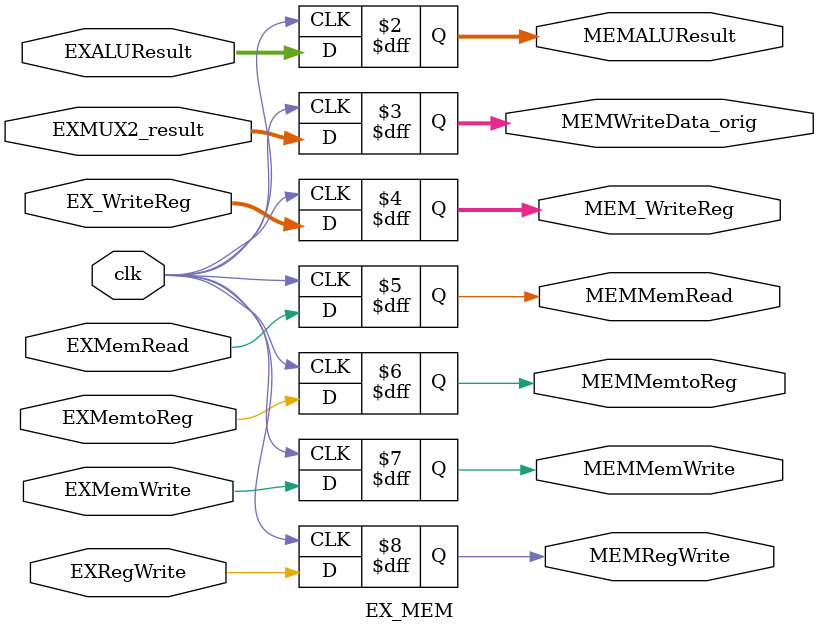
<source format=v>
`timescale 1ns / 1ps

module EX_MEM(clk, EXALUResult, EXMUX2_result, EX_WriteReg, EXMemRead, EXMemtoReg,
    EXMemWrite, EXRegWrite, MEMALUResult, MEMWriteData_orig, MEM_WriteReg, MEMMemRead, 
    MEMMemtoReg, MEMMemWrite, MEMRegWrite);

    input clk;
    input [31:0] EXALUResult, EXMUX2_result;
    // reg to be write in regFile
    input [4:0] EX_WriteReg; 
    // Singals related to WB
    input EXMemRead, EXMemtoReg, EXMemWrite, EXRegWrite;

    output [31:0] MEMALUResult, MEMWriteData_orig;
    // reg to be write in regFile
    output [4:0] MEM_WriteReg; 
    // Signals related to WB
    output MEMMemRead, MEMMemtoReg, MEMMemWrite, MEMRegWrite;

    reg [31:0] MEMALUResult, MEMWriteData_orig;
    reg [4:0] MEM_WriteReg;
    reg MEMMemRead, MEMMemtoReg, MEMMemWrite, MEMRegWrite;

    always @ (posedge clk) begin
        MEMALUResult <= EXALUResult;
        MEMWriteData_orig <= EXMUX2_result;
        MEM_WriteReg <= EX_WriteReg;
        MEMMemRead <= EXMemRead;
        MEMMemtoReg <= EXMemtoReg;
        MEMMemWrite <= EXMemWrite;
        MEMRegWrite <= EXRegWrite;
    end

endmodule

</source>
